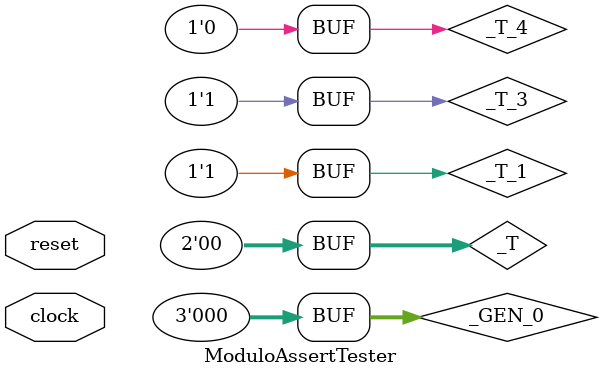
<source format=v>
module ModuloAssertTester(
  input   clock,
  input   reset
);
  wire [2:0] _GEN_0; // @[Assert.scala 47:15]
  wire [1:0] _T; // @[Assert.scala 47:15]
  wire  _T_1; // @[Assert.scala 47:22]
  wire  _T_3; // @[Assert.scala 47:9]
  wire  _T_4; // @[Assert.scala 47:9]
  wire  _T_6; // @[Assert.scala 48:7]
  assign _GEN_0 = 3'h4 % 3'h2; // @[Assert.scala 47:15]
  assign _T = _GEN_0[1:0]; // @[Assert.scala 47:15]
  assign _T_1 = _T == 2'h0; // @[Assert.scala 47:22]
  assign _T_3 = _T_1 | reset; // @[Assert.scala 47:9]
  assign _T_4 = _T_3 == 1'h0; // @[Assert.scala 47:9]
  assign _T_6 = reset == 1'h0; // @[Assert.scala 48:7]
  always @(posedge clock) begin
    `ifndef SYNTHESIS
    `ifdef PRINTF_COND
      if (`PRINTF_COND) begin
    `endif
        if (_T_4) begin
          $fwrite(32'h80000002,"Assertion failed\n    at Assert.scala:47 assert((4.U %% 2.U) === 0.U)\n"); // @[Assert.scala 47:9]
        end
    `ifdef PRINTF_COND
      end
    `endif
    `endif // SYNTHESIS
    `ifndef SYNTHESIS
    `ifdef STOP_COND
      if (`STOP_COND) begin
    `endif
        if (_T_4) begin
          $fatal; // @[Assert.scala 47:9]
        end
    `ifdef STOP_COND
      end
    `endif
    `endif // SYNTHESIS
    `ifndef SYNTHESIS
    `ifdef STOP_COND
      if (`STOP_COND) begin
    `endif
        if (_T_6) begin
          $finish; // @[Assert.scala 48:7]
        end
    `ifdef STOP_COND
      end
    `endif
    `endif // SYNTHESIS
  end
endmodule

</source>
